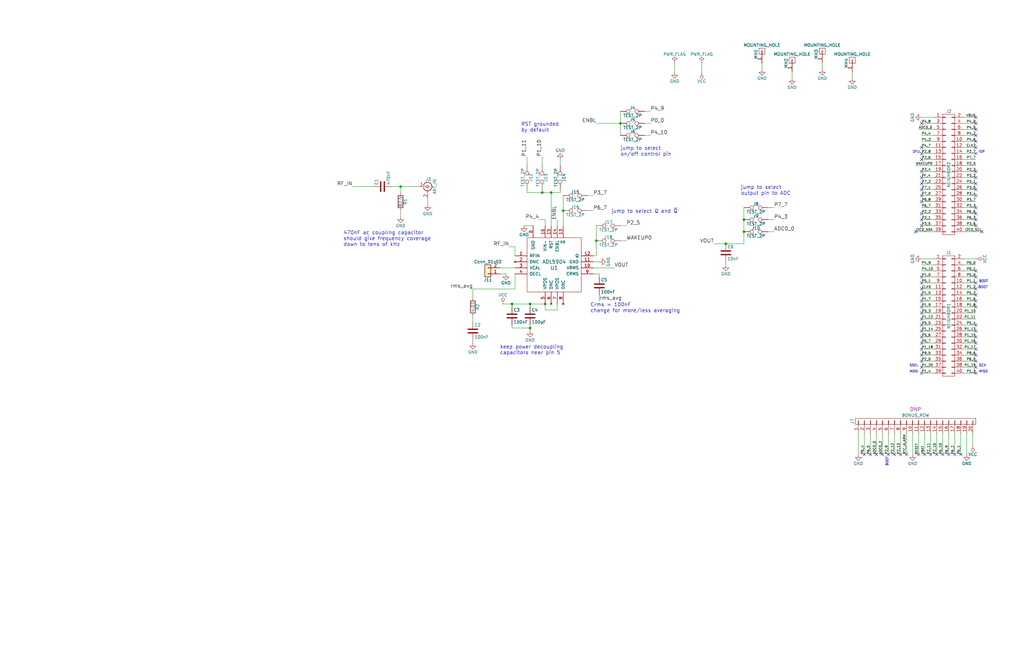
<source format=kicad_sch>
(kicad_sch (version 20230121) (generator eeschema)
  (paper "USLedger")
  (title_block (title "Lily") (date "2018-05-30") (company "Matthew Winchester") (comment 1 "License: GPL v2"))
  (lib_symbols
    (symbol "lily-rescue:ADL5904" (pin_names (offset 1.016))
      (property "Reference" "U" (at 0 -1.27 0))
      (property "Value" "ADL5904" (at 0 1.27 0))
      (symbol "ADL5904_0_1"
        (rectangle (start 11.43 -11.43) (end -11.43 11.43))
      )
      (symbol "ADL5904_1_1"
        (pin power_out line (at -8.89 16.51 270) (length 5.08) (name "GND") (number "0"))
        (pin input line (at -16.51 3.81 0) (length 5.08) (name "RFIN") (number "1"))
        (pin output line (at 16.51 -1.27 180) (length 5.08) (name "VRMS") (number "10"))
        (pin power_in line (at 16.51 1.27 180) (length 5.08) (name "GND") (number "11"))
        (pin output line (at 16.51 3.81 180) (length 5.08) (name "Q") (number "12"))
        (pin output line (at 3.81 16.51 270) (length 5.08) (name "~{Q}") (number "13"))
        (pin input line (at 1.27 16.51 270) (length 5.08) (name "ENBL") (number "14"))
        (pin input line (at -1.27 16.51 270) (length 5.08) (name "RST") (number "15"))
        (pin passive line (at -3.81 16.51 270) (length 5.08) (name "VIN-") (number "16"))
        (pin no_connect line (at -16.51 1.27 0) (length 5.08) (name "DNC") (number "2"))
        (pin passive line (at -16.51 -1.27 0) (length 5.08) (name "VCAL") (number "3"))
        (pin passive line (at -16.51 -3.81 0) (length 5.08) (name "DECL") (number "4"))
        (pin power_in line (at -3.81 -16.51 90) (length 5.08) (name "VPOS") (number "5"))
        (pin no_connect line (at -1.27 -16.51 90) (length 5.08) (name "DNC") (number "6"))
        (pin power_in line (at 1.27 -16.51 90) (length 5.08) (name "VPOS") (number "7"))
        (pin no_connect line (at 3.81 -16.51 90) (length 5.08) (name "DNC") (number "8"))
        (pin passive line (at 16.51 -3.81 180) (length 5.08) (name "CRMS") (number "9"))
      )
    )
    (symbol "lily-rescue:C" (pin_numbers hide) (pin_names (offset 0.254))
      (property "Reference" "C" (at 0.635 2.54 0))
      (property "Value" "C" (at 0.635 -2.54 0))
      (symbol "C_0_1"
        (polyline (pts (xy -2.032 -0.762) (xy 2.032 -0.762)) (stroke (width 0.508)))
        (polyline (pts (xy -2.032 0.762) (xy 2.032 0.762)) (stroke (width 0.508)))
      )
      (symbol "C_1_1"
        (pin passive line (at 0 3.81 270) (length 2.794) (name "~") (number "1"))
        (pin passive line (at 0 -3.81 90) (length 2.794) (name "~") (number "2"))
      )
    )
    (symbol "lily-rescue:CONN_01X01" (pin_names (offset 1.016) hide)
      (property "Reference" "P" (at 0 2.54 0))
      (property "Value" "CONN_01X01" (at 2.54 0 90))
      (symbol "CONN_01X01_0_1"
        (rectangle (start -1.27 0.127) (end 0.254 -0.127))
        (rectangle (start -1.27 1.27) (end 1.27 -1.27))
      )
      (symbol "CONN_01X01_1_1"
        (pin passive line (at -5.08 0 0) (length 3.81) (name "P1") (number "1"))
      )
    )
    (symbol "lily-rescue:CONN_01X20" (pin_names (offset 1.016) hide)
      (property "Reference" "P" (at 0 26.67 0))
      (property "Value" "CONN_01X20" (at 2.54 0 90))
      (symbol "CONN_01X20_0_1"
        (rectangle (start -1.27 -25.4) (end 1.27 25.4))
        (rectangle (start -1.27 -24.003) (end 0.254 -24.257))
        (rectangle (start -1.27 -21.463) (end 0.254 -21.717))
        (rectangle (start -1.27 -18.923) (end 0.254 -19.177))
        (rectangle (start -1.27 -16.383) (end 0.254 -16.637))
        (rectangle (start -1.27 -13.843) (end 0.254 -14.097))
        (rectangle (start -1.27 -11.303) (end 0.254 -11.557))
        (rectangle (start -1.27 -8.763) (end 0.254 -9.017))
        (rectangle (start -1.27 -6.223) (end 0.254 -6.477))
        (rectangle (start -1.27 -3.683) (end 0.254 -3.937))
        (rectangle (start -1.27 -1.143) (end 0.254 -1.397))
        (rectangle (start -1.27 1.397) (end 0.254 1.143))
        (rectangle (start -1.27 3.937) (end 0.254 3.683))
        (rectangle (start -1.27 6.477) (end 0.254 6.223))
        (rectangle (start -1.27 9.017) (end 0.254 8.763))
        (rectangle (start -1.27 11.557) (end 0.254 11.303))
        (rectangle (start -1.27 14.097) (end 0.254 13.843))
        (rectangle (start -1.27 16.637) (end 0.254 16.383))
        (rectangle (start -1.27 19.177) (end 0.254 18.923))
        (rectangle (start -1.27 21.717) (end 0.254 21.463))
        (rectangle (start -1.27 24.257) (end 0.254 24.003))
      )
      (symbol "CONN_01X20_1_1"
        (pin passive line (at -5.08 24.13 0) (length 3.81) (name "P1") (number "1"))
        (pin passive line (at -5.08 1.27 0) (length 3.81) (name "P10") (number "10"))
        (pin passive line (at -5.08 -1.27 0) (length 3.81) (name "P11") (number "11"))
        (pin passive line (at -5.08 -3.81 0) (length 3.81) (name "P12") (number "12"))
        (pin passive line (at -5.08 -6.35 0) (length 3.81) (name "P13") (number "13"))
        (pin passive line (at -5.08 -8.89 0) (length 3.81) (name "P14") (number "14"))
        (pin passive line (at -5.08 -11.43 0) (length 3.81) (name "P15") (number "15"))
        (pin passive line (at -5.08 -13.97 0) (length 3.81) (name "P16") (number "16"))
        (pin passive line (at -5.08 -16.51 0) (length 3.81) (name "P17") (number "17"))
        (pin passive line (at -5.08 -19.05 0) (length 3.81) (name "P18") (number "18"))
        (pin passive line (at -5.08 -21.59 0) (length 3.81) (name "P19") (number "19"))
        (pin passive line (at -5.08 21.59 0) (length 3.81) (name "P2") (number "2"))
        (pin passive line (at -5.08 -24.13 0) (length 3.81) (name "P20") (number "20"))
        (pin passive line (at -5.08 19.05 0) (length 3.81) (name "P3") (number "3"))
        (pin passive line (at -5.08 16.51 0) (length 3.81) (name "P4") (number "4"))
        (pin passive line (at -5.08 13.97 0) (length 3.81) (name "P5") (number "5"))
        (pin passive line (at -5.08 11.43 0) (length 3.81) (name "P6") (number "6"))
        (pin passive line (at -5.08 8.89 0) (length 3.81) (name "P7") (number "7"))
        (pin passive line (at -5.08 6.35 0) (length 3.81) (name "P8") (number "8"))
        (pin passive line (at -5.08 3.81 0) (length 3.81) (name "P9") (number "9"))
      )
    )
    (symbol "lily-rescue:CONN_02X20" (pin_names (offset 0.0254) hide)
      (property "Reference" "P" (at 0 26.67 0))
      (property "Value" "CONN_02X20" (at 0 0 90))
      (symbol "CONN_02X20_0_1"
        (rectangle (start -2.54 -24.003) (end -1.27 -24.257))
        (rectangle (start -2.54 -21.463) (end -1.27 -21.717))
        (rectangle (start -2.54 -18.923) (end -1.27 -19.177))
        (rectangle (start -2.54 -16.383) (end -1.27 -16.637))
        (rectangle (start -2.54 -13.843) (end -1.27 -14.097))
        (rectangle (start -2.54 -11.303) (end -1.27 -11.557))
        (rectangle (start -2.54 -8.763) (end -1.27 -9.017))
        (rectangle (start -2.54 -6.223) (end -1.27 -6.477))
        (rectangle (start -2.54 -3.683) (end -1.27 -3.937))
        (rectangle (start -2.54 -1.143) (end -1.27 -1.397))
        (rectangle (start -2.54 1.397) (end -1.27 1.143))
        (rectangle (start -2.54 3.937) (end -1.27 3.683))
        (rectangle (start -2.54 6.477) (end -1.27 6.223))
        (rectangle (start -2.54 9.017) (end -1.27 8.763))
        (rectangle (start -2.54 11.557) (end -1.27 11.303))
        (rectangle (start -2.54 14.097) (end -1.27 13.843))
        (rectangle (start -2.54 16.637) (end -1.27 16.383))
        (rectangle (start -2.54 19.177) (end -1.27 18.923))
        (rectangle (start -2.54 21.717) (end -1.27 21.463))
        (rectangle (start -2.54 24.257) (end -1.27 24.003))
        (rectangle (start -2.54 25.4) (end 2.54 -25.4))
        (rectangle (start 1.27 -24.003) (end 2.54 -24.257))
        (rectangle (start 1.27 -21.463) (end 2.54 -21.717))
        (rectangle (start 1.27 -18.923) (end 2.54 -19.177))
        (rectangle (start 1.27 -16.383) (end 2.54 -16.637))
        (rectangle (start 1.27 -13.843) (end 2.54 -14.097))
        (rectangle (start 1.27 -11.303) (end 2.54 -11.557))
        (rectangle (start 1.27 -8.763) (end 2.54 -9.017))
        (rectangle (start 1.27 -6.223) (end 2.54 -6.477))
        (rectangle (start 1.27 -3.683) (end 2.54 -3.937))
        (rectangle (start 1.27 -1.143) (end 2.54 -1.397))
        (rectangle (start 1.27 1.397) (end 2.54 1.143))
        (rectangle (start 1.27 3.937) (end 2.54 3.683))
        (rectangle (start 1.27 6.477) (end 2.54 6.223))
        (rectangle (start 1.27 9.017) (end 2.54 8.763))
        (rectangle (start 1.27 11.557) (end 2.54 11.303))
        (rectangle (start 1.27 14.097) (end 2.54 13.843))
        (rectangle (start 1.27 16.637) (end 2.54 16.383))
        (rectangle (start 1.27 19.177) (end 2.54 18.923))
        (rectangle (start 1.27 21.717) (end 2.54 21.463))
        (rectangle (start 1.27 24.257) (end 2.54 24.003))
      )
      (symbol "CONN_02X20_1_1"
        (pin passive line (at -6.35 24.13 0) (length 3.81) (name "P1") (number "1"))
        (pin passive line (at 6.35 13.97 180) (length 3.81) (name "P10") (number "10"))
        (pin passive line (at -6.35 11.43 0) (length 3.81) (name "P11") (number "11"))
        (pin passive line (at 6.35 11.43 180) (length 3.81) (name "P12") (number "12"))
        (pin passive line (at -6.35 8.89 0) (length 3.81) (name "P13") (number "13"))
        (pin passive line (at 6.35 8.89 180) (length 3.81) (name "P14") (number "14"))
        (pin passive line (at -6.35 6.35 0) (length 3.81) (name "P15") (number "15"))
        (pin passive line (at 6.35 6.35 180) (length 3.81) (name "P16") (number "16"))
        (pin passive line (at -6.35 3.81 0) (length 3.81) (name "P17") (number "17"))
        (pin passive line (at 6.35 3.81 180) (length 3.81) (name "P18") (number "18"))
        (pin passive line (at -6.35 1.27 0) (length 3.81) (name "P19") (number "19"))
        (pin passive line (at 6.35 24.13 180) (length 3.81) (name "P2") (number "2"))
        (pin passive line (at 6.35 1.27 180) (length 3.81) (name "P20") (number "20"))
        (pin passive line (at -6.35 -1.27 0) (length 3.81) (name "P21") (number "21"))
        (pin passive line (at 6.35 -1.27 180) (length 3.81) (name "P22") (number "22"))
        (pin passive line (at -6.35 -3.81 0) (length 3.81) (name "P23") (number "23"))
        (pin passive line (at 6.35 -3.81 180) (length 3.81) (name "P24") (number "24"))
        (pin passive line (at -6.35 -6.35 0) (length 3.81) (name "P25") (number "25"))
        (pin passive line (at 6.35 -6.35 180) (length 3.81) (name "P26") (number "26"))
        (pin passive line (at -6.35 -8.89 0) (length 3.81) (name "P27") (number "27"))
        (pin passive line (at 6.35 -8.89 180) (length 3.81) (name "P28") (number "28"))
        (pin passive line (at -6.35 -11.43 0) (length 3.81) (name "P29") (number "29"))
        (pin passive line (at -6.35 21.59 0) (length 3.81) (name "P3") (number "3"))
        (pin passive line (at 6.35 -11.43 180) (length 3.81) (name "P30") (number "30"))
        (pin passive line (at -6.35 -13.97 0) (length 3.81) (name "P31") (number "31"))
        (pin passive line (at 6.35 -13.97 180) (length 3.81) (name "P32") (number "32"))
        (pin passive line (at -6.35 -16.51 0) (length 3.81) (name "P33") (number "33"))
        (pin passive line (at 6.35 -16.51 180) (length 3.81) (name "P34") (number "34"))
        (pin passive line (at -6.35 -19.05 0) (length 3.81) (name "P35") (number "35"))
        (pin passive line (at 6.35 -19.05 180) (length 3.81) (name "P36") (number "36"))
        (pin passive line (at -6.35 -21.59 0) (length 3.81) (name "P37") (number "37"))
        (pin passive line (at 6.35 -21.59 180) (length 3.81) (name "P38") (number "38"))
        (pin passive line (at -6.35 -24.13 0) (length 3.81) (name "P39") (number "39"))
        (pin passive line (at 6.35 21.59 180) (length 3.81) (name "P4") (number "4"))
        (pin passive line (at 6.35 -24.13 180) (length 3.81) (name "P40") (number "40"))
        (pin passive line (at -6.35 19.05 0) (length 3.81) (name "P5") (number "5"))
        (pin passive line (at 6.35 19.05 180) (length 3.81) (name "P6") (number "6"))
        (pin passive line (at -6.35 16.51 0) (length 3.81) (name "P7") (number "7"))
        (pin passive line (at 6.35 16.51 180) (length 3.81) (name "P8") (number "8"))
        (pin passive line (at -6.35 13.97 0) (length 3.81) (name "P9") (number "9"))
      )
    )
    (symbol "lily-rescue:Conn_01x02" (pin_names (offset 1.016) hide)
      (property "Reference" "J" (at 0 2.54 0))
      (property "Value" "Conn_01x02" (at 0 -5.08 0))
      (symbol "Conn_01x02_1_1"
        (rectangle (start -1.27 -2.413) (end 0 -2.667) (stroke (width 0.1524)))
        (rectangle (start -1.27 0.127) (end 0 -0.127) (stroke (width 0.1524)))
        (rectangle (start -1.27 1.27) (end 1.27 -3.81) (stroke (width 0.254)) (fill (type background)))
        (pin passive line (at -5.08 0 0) (length 3.81) (name "Pin_1") (number "1"))
        (pin passive line (at -5.08 -2.54 0) (length 3.81) (name "Pin_2") (number "2"))
      )
    )
    (symbol "lily-rescue:Conn_Coaxial" (pin_names (offset 1.016) hide)
      (property "Reference" "J" (at 0.254 3.048 0))
      (property "Value" "Conn_Coaxial" (at 2.921 0 90))
      (symbol "Conn_Coaxial_0_1"
        (arc (start -1.778 -0.508) (mid 0.2311 -1.8066) (end 1.778 0) (stroke (width 0.254)))
        (polyline (pts (xy -1.27 0) (xy -0.508 0)))
        (polyline (pts (xy 0 -2.54) (xy 0 -1.778)))
        (circle (center 0 0) (radius 0.508) (stroke (width 0.2032)))
        (arc (start 1.778 0) (mid 0.2099 1.8101) (end -1.778 0.508) (stroke (width 0.254)))
      )
      (symbol "Conn_Coaxial_1_1"
        (pin passive line (at -3.81 0 0) (length 2.54) (name "In") (number "1"))
        (pin passive line (at 0 -5.08 90) (length 2.54) (name "Ext") (number "2"))
      )
    )
    (symbol "lily-rescue:GND" (power) (pin_names (offset 0))
      (property "Value" "GND" (at 0 -3.81 0))
      (symbol "GND_0_1"
        (polyline (pts (xy 0 0) (xy 0 -1.27) (xy 1.27 -1.27) (xy 0 -2.54) (xy -1.27 -1.27) (xy 0 -1.27)))
      )
      (symbol "GND_1_1"
        (pin power_in line (at 0 0 270) (length 0) hide (name "GND") (number "1"))
      )
    )
    (symbol "lily-rescue:PWR_FLAG" (power) (pin_numbers hide) (pin_names (offset 0) hide)
      (property "Value" "PWR_FLAG" (at 0 3.81 0))
      (symbol "PWR_FLAG_0_0"
        (pin power_out line (at 0 0 90) (length 0) (name "pwr") (number "1"))
      )
      (symbol "PWR_FLAG_0_1"
        (polyline (pts (xy 0 0) (xy 0 1.27) (xy -1.016 1.905) (xy 0 2.54) (xy 1.016 1.905) (xy 0 1.27)))
      )
    )
    (symbol "lily-rescue:R" (pin_numbers hide) (pin_names (offset 0))
      (property "Reference" "R" (at 2.032 0 90))
      (property "Value" "R" (at 0 0 90))
      (symbol "R_0_1"
        (rectangle (start -1.016 -2.54) (end 1.016 2.54) (stroke (width 0.254)))
      )
      (symbol "R_1_1"
        (pin passive line (at 0 3.81 270) (length 1.27) (name "~") (number "1"))
        (pin passive line (at 0 -3.81 90) (length 1.27) (name "~") (number "2"))
      )
    )
    (symbol "lily-rescue:TEST_2P" (pin_numbers hide) (pin_names (offset 0.762) hide)
      (property "Reference" "J" (at 0 1.524 0))
      (property "Value" "TEST_2P" (at 0 -1.778 0))
      (symbol "TEST_2P_0_1"
        (circle (center -1.778 0) (radius 0.762))
        (circle (center 1.778 0) (radius 0.762))
        (pin passive line (at -5.08 0 0) (length 2.54) (name "1") (number "1"))
        (pin passive line (at 5.08 0 180) (length 2.54) (name "2") (number "2"))
      )
    )
    (symbol "lily-rescue:VCC" (power) (pin_names (offset 0))
      (property "Value" "VCC" (at 0 3.81 0))
      (symbol "VCC_0_1"
        (polyline (pts (xy 0 0) (xy 0 1.27)))
        (circle (center 0 1.905) (radius 0.635))
      )
      (symbol "VCC_1_1"
        (pin power_in line (at 0 0 90) (length 0) hide (name "VCC") (number "1"))
      )
    )
  )
  (junction (at 223.52 138.43))
  (junction (at 168.91 78.74))
  (junction (at 251.46 101.6))
  (junction (at 261.62 52.07))
  (junction (at 313.69 92.71))
  (junction (at 306.07 102.87))
  (junction (at 223.52 128.27))
  (junction (at 237.49 88.9))
  (junction (at 215.9 128.27))
  (junction (at 228.6 81.28))
  (junction (at 232.41 81.28))
  (junction (at 313.69 97.79))
  (junction (at 229.87 128.27))
  (no_connect (at 388.62 129.54))
  (no_connect (at 364.49 191.77))
  (no_connect (at 388.62 72.39))
  (no_connect (at 411.48 64.77))
  (no_connect (at 388.62 144.78))
  (no_connect (at 388.62 152.4))
  (no_connect (at 411.48 87.63))
  (no_connect (at 411.48 114.3))
  (no_connect (at 411.48 77.47))
  (no_connect (at 388.62 124.46))
  (no_connect (at 388.62 82.55))
  (no_connect (at 388.62 147.32))
  (no_connect (at 411.48 57.15))
  (no_connect (at 411.48 52.07))
  (no_connect (at 388.62 64.77))
  (no_connect (at 411.48 152.4))
  (no_connect (at 397.51 191.77))
  (no_connect (at 387.35 191.77))
  (no_connect (at 388.62 52.07))
  (no_connect (at 388.62 134.62))
  (no_connect (at 388.62 137.16))
  (no_connect (at 414.02 97.79))
  (no_connect (at 411.48 121.92))
  (no_connect (at 388.62 77.47))
  (no_connect (at 388.62 92.71))
  (no_connect (at 411.48 147.32))
  (no_connect (at 411.48 154.94))
  (no_connect (at 388.62 139.7))
  (no_connect (at 382.27 191.77))
  (no_connect (at 388.62 62.23))
  (no_connect (at 374.65 191.77))
  (no_connect (at 411.48 80.01))
  (no_connect (at 411.48 157.48))
  (no_connect (at 411.48 144.78))
  (no_connect (at 388.62 67.31))
  (no_connect (at 379.73 191.77))
  (no_connect (at 411.48 74.93))
  (no_connect (at 411.48 95.25))
  (no_connect (at 388.62 157.48))
  (no_connect (at 389.89 191.77))
  (no_connect (at 411.48 54.61))
  (no_connect (at 392.43 191.77))
  (no_connect (at 388.62 80.01))
  (no_connect (at 411.48 49.53))
  (no_connect (at 411.48 119.38))
  (no_connect (at 388.62 90.17))
  (no_connect (at 411.48 59.69))
  (no_connect (at 400.05 191.77))
  (no_connect (at 411.48 137.16))
  (no_connect (at 411.48 82.55))
  (no_connect (at 411.48 92.71))
  (no_connect (at 388.62 95.25))
  (no_connect (at 388.62 127))
  (no_connect (at 386.08 97.79))
  (no_connect (at 405.13 191.77))
  (no_connect (at 411.48 129.54))
  (no_connect (at 388.62 119.38))
  (no_connect (at 411.48 127))
  (no_connect (at 377.19 191.77))
  (no_connect (at 411.48 142.24))
  (no_connect (at 388.62 121.92))
  (no_connect (at 388.62 149.86))
  (no_connect (at 388.62 154.94))
  (no_connect (at 411.48 62.23))
  (no_connect (at 402.59 191.77))
  (no_connect (at 388.62 116.84))
  (no_connect (at 411.48 90.17))
  (no_connect (at 411.48 116.84))
  (no_connect (at 367.03 191.77))
  (no_connect (at 372.11 191.77))
  (no_connect (at 388.62 132.08))
  (no_connect (at 411.48 72.39))
  (no_connect (at 411.48 124.46))
  (no_connect (at 388.62 74.93))
  (no_connect (at 369.57 191.77))
  (no_connect (at 388.62 85.09))
  (no_connect (at 411.48 149.86))
  (no_connect (at 388.62 142.24))
  (no_connect (at 394.97 191.77))
  (no_connect (at 411.48 139.7))
  (wire (pts (xy 271.78 52.07) (xy 274.32 52.07)))
  (wire (pts (xy 313.69 92.71) (xy 313.69 97.79)))
  (wire (pts (xy 411.48 152.4) (xy 406.4 152.4)))
  (wire (pts (xy 271.78 46.99) (xy 274.32 46.99)))
  (wire (pts (xy 199.39 144.78) (xy 199.39 143.51)))
  (wire (pts (xy 313.69 87.63) (xy 313.69 92.71)))
  (wire (pts (xy 410.21 187.96) (xy 410.21 182.88)))
  (wire (pts (xy 388.62 59.69) (xy 393.7 59.69)))
  (wire (pts (xy 148.59 78.74) (xy 157.48 78.74)))
  (wire (pts (xy 374.65 191.77) (xy 374.65 182.88)))
  (wire (pts (xy 372.11 191.77) (xy 372.11 182.88)))
  (wire (pts (xy 411.48 57.15) (xy 406.4 57.15)))
  (wire (pts (xy 223.52 137.16) (xy 223.52 138.43)))
  (wire (pts (xy 388.62 142.24) (xy 393.7 142.24)))
  (wire (pts (xy 379.73 191.77) (xy 379.73 182.88)))
  (wire (pts (xy 237.49 95.25) (xy 237.49 88.9)))
  (wire (pts (xy 215.9 138.43) (xy 223.52 138.43)))
  (wire (pts (xy 228.6 81.28) (xy 232.41 81.28)))
  (wire (pts (xy 217.17 107.95) (xy 217.17 104.14)))
  (wire (pts (xy 388.62 49.53) (xy 393.7 49.53)))
  (wire (pts (xy 199.39 135.89) (xy 199.39 133.35)))
  (wire (pts (xy 367.03 191.77) (xy 367.03 182.88)))
  (wire (pts (xy 388.62 124.46) (xy 393.7 124.46)))
  (wire (pts (xy 236.22 69.85) (xy 236.22 67.31)))
  (wire (pts (xy 261.62 52.07) (xy 261.62 57.15)))
  (wire (pts (xy 271.78 57.15) (xy 274.32 57.15)))
  (wire (pts (xy 411.48 62.23) (xy 406.4 62.23)))
  (wire (pts (xy 388.62 139.7) (xy 393.7 139.7)))
  (wire (pts (xy 295.91 26.67) (xy 295.91 30.48)))
  (wire (pts (xy 411.48 90.17) (xy 406.4 90.17)))
  (wire (pts (xy 388.62 77.47) (xy 393.7 77.47)))
  (wire (pts (xy 388.62 52.07) (xy 393.7 52.07)))
  (wire (pts (xy 411.48 147.32) (xy 406.4 147.32)))
  (wire (pts (xy 359.41 30.48) (xy 359.41 33.02)))
  (wire (pts (xy 364.49 191.77) (xy 364.49 182.88)))
  (wire (pts (xy 236.22 81.28) (xy 236.22 80.01)))
  (wire (pts (xy 361.95 191.77) (xy 361.95 182.88)))
  (wire (pts (xy 393.7 157.48) (xy 388.62 157.48)))
  (wire (pts (xy 411.48 77.47) (xy 406.4 77.47)))
  (wire (pts (xy 251.46 52.07) (xy 261.62 52.07)))
  (wire (pts (xy 394.97 191.77) (xy 394.97 182.88)))
  (wire (pts (xy 306.07 102.87) (xy 300.99 102.87)))
  (wire (pts (xy 411.48 142.24) (xy 406.4 142.24)))
  (wire (pts (xy 411.48 87.63) (xy 406.4 87.63)))
  (wire (pts (xy 323.85 97.79) (xy 326.39 97.79)))
  (wire (pts (xy 388.62 147.32) (xy 393.7 147.32)))
  (wire (pts (xy 406.4 129.54) (xy 411.48 129.54)))
  (wire (pts (xy 393.7 92.71) (xy 388.62 92.71)))
  (wire (pts (xy 388.62 127) (xy 393.7 127)))
  (wire (pts (xy 411.48 154.94) (xy 406.4 154.94)))
  (wire (pts (xy 411.48 82.55) (xy 406.4 82.55)))
  (wire (pts (xy 261.62 101.6) (xy 264.16 101.6)))
  (wire (pts (xy 284.48 30.48) (xy 284.48 26.67)))
  (wire (pts (xy 251.46 101.6) (xy 251.46 95.25)))
  (wire (pts (xy 382.27 191.77) (xy 382.27 182.88)))
  (wire (pts (xy 229.87 130.81) (xy 234.95 130.81)))
  (wire (pts (xy 406.4 139.7) (xy 411.48 139.7)))
  (wire (pts (xy 411.48 64.77) (xy 406.4 64.77)))
  (wire (pts (xy 388.62 121.92) (xy 393.7 121.92)))
  (wire (pts (xy 217.17 121.92) (xy 199.39 121.92)))
  (wire (pts (xy 215.9 137.16) (xy 215.9 138.43)))
  (wire (pts (xy 388.62 154.94) (xy 393.7 154.94)))
  (wire (pts (xy 411.48 67.31) (xy 406.4 67.31)))
  (wire (pts (xy 252.73 124.46) (xy 252.73 127)))
  (wire (pts (xy 222.25 81.28) (xy 228.6 81.28)))
  (wire (pts (xy 393.7 97.79) (xy 386.08 97.79)))
  (wire (pts (xy 393.7 82.55) (xy 388.62 82.55)))
  (wire (pts (xy 393.7 57.15) (xy 388.62 57.15)))
  (wire (pts (xy 237.49 88.9) (xy 237.49 82.55)))
  (wire (pts (xy 180.34 86.36) (xy 180.34 83.82)))
  (wire (pts (xy 199.39 121.92) (xy 199.39 125.73)))
  (wire (pts (xy 388.62 80.01) (xy 393.7 80.01)))
  (wire (pts (xy 388.62 132.08) (xy 393.7 132.08)))
  (wire (pts (xy 384.81 191.77) (xy 384.81 182.88)))
  (wire (pts (xy 411.48 132.08) (xy 406.4 132.08)))
  (wire (pts (xy 252.73 110.49) (xy 250.19 110.49)))
  (wire (pts (xy 215.9 128.27) (xy 215.9 129.54)))
  (wire (pts (xy 388.62 74.93) (xy 393.7 74.93)))
  (wire (pts (xy 397.51 191.77) (xy 397.51 182.88)))
  (wire (pts (xy 388.62 90.17) (xy 393.7 90.17)))
  (wire (pts (xy 411.48 92.71) (xy 406.4 92.71)))
  (wire (pts (xy 414.02 97.79) (xy 406.4 97.79)))
  (wire (pts (xy 406.4 109.22) (xy 411.48 109.22)))
  (wire (pts (xy 411.48 127) (xy 406.4 127)))
  (wire (pts (xy 229.87 128.27) (xy 229.87 130.81)))
  (wire (pts (xy 252.73 115.57) (xy 252.73 116.84)))
  (wire (pts (xy 377.19 191.77) (xy 377.19 182.88)))
  (wire (pts (xy 392.43 191.77) (xy 392.43 182.88)))
  (wire (pts (xy 250.19 113.03) (xy 259.08 113.03)))
  (wire (pts (xy 411.48 116.84) (xy 406.4 116.84)))
  (wire (pts (xy 261.62 95.25) (xy 264.16 95.25)))
  (wire (pts (xy 250.19 115.57) (xy 252.73 115.57)))
  (wire (pts (xy 388.62 95.25) (xy 393.7 95.25)))
  (wire (pts (xy 405.13 191.77) (xy 405.13 182.88)))
  (wire (pts (xy 411.48 121.92) (xy 406.4 121.92)))
  (wire (pts (xy 247.65 82.55) (xy 250.19 82.55)))
  (wire (pts (xy 388.62 116.84) (xy 393.7 116.84)))
  (wire (pts (xy 321.31 26.67) (xy 321.31 29.21)))
  (wire (pts (xy 217.17 115.57) (xy 217.17 121.92)))
  (wire (pts (xy 411.48 54.61) (xy 406.4 54.61)))
  (wire (pts (xy 406.4 134.62) (xy 411.48 134.62)))
  (wire (pts (xy 402.59 191.77) (xy 402.59 182.88)))
  (wire (pts (xy 388.62 64.77) (xy 393.7 64.77)))
  (wire (pts (xy 388.62 109.22) (xy 393.7 109.22)))
  (wire (pts (xy 411.48 85.09) (xy 406.4 85.09)))
  (wire (pts (xy 234.95 130.81) (xy 234.95 128.27)))
  (wire (pts (xy 323.85 87.63) (xy 326.39 87.63)))
  (wire (pts (xy 406.4 114.3) (xy 411.48 114.3)))
  (wire (pts (xy 388.62 152.4) (xy 393.7 152.4)))
  (wire (pts (xy 406.4 157.48) (xy 411.48 157.48)))
  (wire (pts (xy 388.62 149.86) (xy 393.7 149.86)))
  (wire (pts (xy 369.57 191.77) (xy 369.57 182.88)))
  (wire (pts (xy 229.87 92.71) (xy 227.33 92.71)))
  (wire (pts (xy 229.87 95.25) (xy 229.87 92.71)))
  (wire (pts (xy 411.48 80.01) (xy 406.4 80.01)))
  (wire (pts (xy 168.91 78.74) (xy 176.53 78.74)))
  (wire (pts (xy 213.36 115.57) (xy 210.82 115.57)))
  (wire (pts (xy 223.52 128.27) (xy 223.52 129.54)))
  (wire (pts (xy 411.48 74.93) (xy 406.4 74.93)))
  (wire (pts (xy 388.62 62.23) (xy 393.7 62.23)))
  (wire (pts (xy 406.4 144.78) (xy 411.48 144.78)))
  (wire (pts (xy 313.69 97.79) (xy 313.69 102.87)))
  (wire (pts (xy 223.52 138.43) (xy 223.52 139.7)))
  (wire (pts (xy 406.4 49.53) (xy 411.48 49.53)))
  (wire (pts (xy 406.4 52.07) (xy 411.48 52.07)))
  (wire (pts (xy 388.62 137.16) (xy 393.7 137.16)))
  (wire (pts (xy 228.6 66.04) (xy 228.6 69.85)))
  (wire (pts (xy 411.48 59.69) (xy 406.4 59.69)))
  (wire (pts (xy 388.62 111.76) (xy 393.7 111.76)))
  (wire (pts (xy 234.95 95.25) (xy 234.95 92.71)))
  (wire (pts (xy 388.62 129.54) (xy 393.7 129.54)))
  (wire (pts (xy 346.71 26.67) (xy 346.71 29.21)))
  (wire (pts (xy 406.4 124.46) (xy 411.48 124.46)))
  (wire (pts (xy 406.4 149.86) (xy 411.48 149.86)))
  (wire (pts (xy 313.69 102.87) (xy 306.07 102.87)))
  (wire (pts (xy 247.65 88.9) (xy 250.19 88.9)))
  (wire (pts (xy 388.62 119.38) (xy 393.7 119.38)))
  (wire (pts (xy 388.62 114.3) (xy 393.7 114.3)))
  (wire (pts (xy 393.7 87.63) (xy 388.62 87.63)))
  (wire (pts (xy 407.67 191.77) (xy 407.67 182.88)))
  (wire (pts (xy 261.62 46.99) (xy 261.62 52.07)))
  (wire (pts (xy 222.25 66.04) (xy 222.25 69.85)))
  (wire (pts (xy 323.85 92.71) (xy 326.39 92.71)))
  (wire (pts (xy 251.46 107.95) (xy 251.46 101.6)))
  (wire (pts (xy 406.4 95.25) (xy 411.48 95.25)))
  (wire (pts (xy 223.52 128.27) (xy 229.87 128.27)))
  (wire (pts (xy 222.25 81.28) (xy 222.25 80.01)))
  (wire (pts (xy 388.62 144.78) (xy 393.7 144.78)))
  (wire (pts (xy 168.91 78.74) (xy 168.91 81.28)))
  (wire (pts (xy 388.62 85.09) (xy 393.7 85.09)))
  (wire (pts (xy 250.19 107.95) (xy 251.46 107.95)))
  (wire (pts (xy 232.41 81.28) (xy 232.41 95.25)))
  (wire (pts (xy 215.9 128.27) (xy 223.52 128.27)))
  (wire (pts (xy 411.48 69.85) (xy 406.4 69.85)))
  (wire (pts (xy 389.89 191.77) (xy 389.89 182.88)))
  (wire (pts (xy 334.01 30.48) (xy 334.01 33.02)))
  (wire (pts (xy 393.7 72.39) (xy 388.62 72.39)))
  (wire (pts (xy 165.1 78.74) (xy 168.91 78.74)))
  (wire (pts (xy 406.4 119.38) (xy 411.48 119.38)))
  (wire (pts (xy 232.41 81.28) (xy 236.22 81.28)))
  (wire (pts (xy 411.48 111.76) (xy 406.4 111.76)))
  (wire (pts (xy 306.07 111.76) (xy 306.07 110.49)))
  (wire (pts (xy 387.35 54.61) (xy 393.7 54.61)))
  (wire (pts (xy 388.62 67.31) (xy 393.7 67.31)))
  (wire (pts (xy 168.91 88.9) (xy 168.91 91.44)))
  (wire (pts (xy 212.09 128.27) (xy 215.9 128.27)))
  (wire (pts (xy 388.62 134.62) (xy 393.7 134.62)))
  (wire (pts (xy 217.17 104.14) (xy 214.63 104.14)))
  (wire (pts (xy 393.7 69.85) (xy 386.08 69.85)))
  (wire (pts (xy 228.6 81.28) (xy 228.6 80.01)))
  (wire (pts (xy 400.05 191.77) (xy 400.05 182.88)))
  (wire (pts (xy 217.17 113.03) (xy 210.82 113.03)))
  (wire (pts (xy 387.35 191.77) (xy 387.35 182.88)))
  (wire (pts (xy 411.48 72.39) (xy 406.4 72.39)))
  (wire (pts (xy 224.79 95.25) (xy 220.98 95.25)))
  (wire (pts (xy 411.48 137.16) (xy 406.4 137.16)))
  (text "BOOT" (at 374.65 196.85 90) (effects (font (size 1.016 1.016)) (justify left bottom)))
  (text "jump to select\non/off control pin" (at 261.62 66.04 0) (effects (font (size 1.524 1.524)) (justify left bottom)))
  (text "jump to select\noutput pin to ADC" (at 312.42 82.55 0) (effects (font (size 1.524 1.524)) (justify left bottom)))
  (text "MISO" (at 412.75 157.48 0) (effects (font (size 1.016 1.016)) (justify left bottom)))
  (text "keep power decoupling \ncapacitors near pin 5" (at 210.82 149.86 0) (effects (font (size 1.524 1.524)) (justify left bottom)))
  (text "jump to select Q and ~{Q}" (at 257.81 90.17 0) (effects (font (size 1.524 1.524)) (justify left bottom)))
  (text "SSEL" (at 387.35 154.94 0) (effects (font (size 1.016 1.016)) (justify right bottom)))
  (text "470nF ac coupling capacitor\nshould give frequency coverage\ndown to tens of kHz" (at 144.78 104.14 0) (effects (font (size 1.524 1.524)) (justify left bottom)))
  (text "MOSI" (at 387.35 157.48 0) (effects (font (size 1.016 1.016)) (justify right bottom)))
  (text "RST grounded\nby default" (at 219.71 55.88 0) (effects (font (size 1.524 1.524)) (justify left bottom)))
  (text "BOOT" (at 412.75 119.38 0) (effects (font (size 1.016 1.016)) (justify left bottom)))
  (text "ISP" (at 415.29 64.77 0) (effects (font (size 1.016 1.016)) (justify right bottom)))
  (text "BOOT" (at 416.56 121.92 0) (effects (font (size 1.016 1.016)) (justify right bottom)))
  (text "Crms = 100nF\nchange for more/less averaging" (at 248.92 132.08 0) (effects (font (size 1.524 1.524)) (justify left bottom)))
  (text "DFU" (at 384.81 64.77 0) (effects (font (size 1.016 1.016)) (justify left bottom)))
  (text "SCK" (at 412.75 154.94 0) (effects (font (size 1.016 1.016)) (justify left bottom)))
  (label "P5_4" (at 411.48 137.16 180) (effects (font (size 1.016 1.016))))
  (label "P2_10" (at 394.97 191.77 90) (effects (font (size 1.016 1.016))))
  (label "P4_3" (at 388.62 59.69 0) (effects (font (size 1.016 1.016))))
  (label "P4_8" (at 388.62 52.07 0) (effects (font (size 1.016 1.016))))
  (label "P4_2" (at 411.48 57.15 180) (effects (font (size 1.016 1.016))))
  (label "P2_6" (at 388.62 67.31 0) (effects (font (size 1.016 1.016))))
  (label "PF_4" (at 388.62 74.93 0) (effects (font (size 1.016 1.016))))
  (label "P1_0" (at 388.62 116.84 0) (effects (font (size 1.016 1.016))))
  (label "P2_9" (at 374.65 191.77 90) (effects (font (size 1.016 1.016))))
  (label "P6_9" (at 400.05 191.77 90) (effects (font (size 1.016 1.016))))
  (label "P7_0" (at 388.62 82.55 0) (effects (font (size 1.016 1.016))))
  (label "RF_IN" (at 214.63 104.14 180) (effects (font (size 1.524 1.524))))
  (label "ENBL" (at 251.46 52.07 180) (effects (font (size 1.524 1.524))))
  (label "P2_5" (at 264.16 95.25 0) (effects (font (size 1.524 1.524))))
  (label "ADC0_0" (at 326.39 97.79 0) (effects (font (size 1.524 1.524))))
  (label "WAKEUP0" (at 386.08 69.85 0) (effects (font (size 1.016 1.016))))
  (label "P1_19" (at 411.48 154.94 180) (effects (font (size 1.016 1.016))))
  (label "I2C0_SDA" (at 386.08 97.79 0) (effects (font (size 1.016 1.016))))
  (label "rms_avg" (at 252.73 127 0) (effects (font (size 1.524 1.524))))
  (label "P1_20" (at 388.62 154.94 0) (effects (font (size 1.016 1.016))))
  (label "P1_6" (at 411.48 127 180) (effects (font (size 1.016 1.016))))
  (label "P1_11" (at 411.48 134.62 180) (effects (font (size 1.016 1.016))))
  (label "P5_3" (at 388.62 132.08 0) (effects (font (size 1.016 1.016))))
  (label "P4_5" (at 411.48 54.61 180) (effects (font (size 1.016 1.016))))
  (label "P1_7" (at 388.62 127 0) (effects (font (size 1.016 1.016))))
  (label "P6_2" (at 402.59 191.77 90) (effects (font (size 1.016 1.016))))
  (label "P2_4" (at 388.62 72.39 0) (effects (font (size 1.016 1.016))))
  (label "P0_0" (at 274.32 52.07 0) (effects (font (size 1.524 1.524))))
  (label "P6_0" (at 411.48 152.4 180) (effects (font (size 1.016 1.016))))
  (label "ADC0_0" (at 387.35 54.61 0) (effects (font (size 1.016 1.016))))
  (label "P3_3" (at 411.48 87.63 180) (effects (font (size 1.016 1.016))))
  (label "P7_7" (at 326.39 87.63 0) (effects (font (size 1.524 1.524))))
  (label "I2C0_SCL" (at 414.02 97.79 180) (effects (font (size 1.016 1.016))))
  (label "P1_3" (at 411.48 157.48 180) (effects (font (size 1.016 1.016))))
  (label "P6_7" (at 388.62 87.63 0) (effects (font (size 1.016 1.016))))
  (label "P2_12" (at 377.19 191.77 90) (effects (font (size 1.016 1.016))))
  (label "rms_avg" (at 199.39 121.92 180) (effects (font (size 1.524 1.524))))
  (label "P7_2" (at 388.62 77.47 0) (effects (font (size 1.016 1.016))))
  (label "P3_7" (at 411.48 85.09 180) (effects (font (size 1.016 1.016))))
  (label "VBAT" (at 389.89 191.77 90) (effects (font (size 1.016 1.016))))
  (label "P1_12" (at 388.62 134.62 0) (effects (font (size 1.016 1.016))))
  (label "P7_1" (at 388.62 80.01 0) (effects (font (size 1.016 1.016))))
  (label "P2_5" (at 411.48 69.85 180) (effects (font (size 1.016 1.016))))
  (label "P5_1" (at 388.62 119.38 0) (effects (font (size 1.016 1.016))))
  (label "P2_7" (at 411.48 64.77 180) (effects (font (size 1.016 1.016))))
  (label "P1_17" (at 411.48 147.32 180) (effects (font (size 1.016 1.016))))
  (label "ENBL" (at 234.95 92.71 90) (effects (font (size 1.524 1.524))))
  (label "P7_7" (at 411.48 67.31 180) (effects (font (size 1.016 1.016))))
  (label "P0_0" (at 411.48 111.76 180) (effects (font (size 1.016 1.016))))
  (label "RF_IN" (at 148.59 78.74 180) (effects (font (size 1.524 1.524))))
  (label "P4_10" (at 274.32 57.15 0) (effects (font (size 1.524 1.524))))
  (label "P2_0" (at 388.62 152.4 0) (effects (font (size 1.016 1.016))))
  (label "P1_16" (at 411.48 144.78 180) (effects (font (size 1.016 1.016))))
  (label "P1_9" (at 388.62 129.54 0) (effects (font (size 1.016 1.016))))
  (label "ADC0_2" (at 372.11 191.77 90) (effects (font (size 1.016 1.016))))
  (label "P4_7" (at 388.62 62.23 0) (effects (font (size 1.016 1.016))))
  (label "P5_7" (at 388.62 144.78 0) (effects (font (size 1.016 1.016))))
  (label "P3_0" (at 411.48 80.01 180) (effects (font (size 1.016 1.016))))
  (label "P2_11" (at 392.43 191.77 90) (effects (font (size 1.016 1.016))))
  (label "P0_1" (at 411.48 114.3 180) (effects (font (size 1.016 1.016))))
  (label "P3_7" (at 250.19 82.55 0) (effects (font (size 1.524 1.524))))
  (label "P3_4" (at 411.48 82.55 180) (effects (font (size 1.016 1.016))))
  (label "P9_6" (at 411.48 149.86 180) (effects (font (size 1.016 1.016))))
  (label "CLK0" (at 388.62 121.92 0) (effects (font (size 1.016 1.016))))
  (label "P9_5" (at 388.62 149.86 0) (effects (font (size 1.016 1.016))))
  (label "P1_11" (at 222.25 66.04 90) (effects (font (size 1.524 1.524))))
  (label "P2_1" (at 388.62 92.71 0) (effects (font (size 1.016 1.016))))
  (label "P5_0" (at 411.48 116.84 180) (effects (font (size 1.016 1.016))))
  (label "P5_5" (at 388.62 137.16 0) (effects (font (size 1.016 1.016))))
  (label "P2_8" (at 388.62 64.77 0) (effects (font (size 1.016 1.016))))
  (label "P5_2" (at 411.48 124.46 180) (effects (font (size 1.016 1.016))))
  (label "P4_6" (at 411.48 59.69 180) (effects (font (size 1.016 1.016))))
  (label "P2_2" (at 388.62 90.17 0) (effects (font (size 1.016 1.016))))
  (label "P4_4" (at 227.33 92.71 180) (effects (font (size 1.524 1.524))))
  (label "WAKEUP0" (at 264.16 101.6 0) (effects (font (size 1.524 1.524))))
  (label "P6_4" (at 364.49 191.77 90) (effects (font (size 1.016 1.016))))
  (label "P3_2" (at 411.48 74.93 180) (effects (font (size 1.016 1.016))))
  (label "P2_3" (at 411.48 72.39 180) (effects (font (size 1.016 1.016))))
  (label "CLK2" (at 411.48 62.23 180) (effects (font (size 1.016 1.016))))
  (label "P4_10" (at 388.62 114.3 0) (effects (font (size 1.016 1.016))))
  (label "P1_5" (at 388.62 124.46 0) (effects (font (size 1.016 1.016))))
  (label "P1_18" (at 388.62 147.32 0) (effects (font (size 1.016 1.016))))
  (label "P1_4" (at 388.62 157.48 0) (effects (font (size 1.016 1.016))))
  (label "P6_1" (at 405.13 191.77 90) (effects (font (size 1.016 1.016))))
  (label "P1_13" (at 411.48 139.7 180) (effects (font (size 1.016 1.016))))
  (label "VOUT" (at 300.99 102.87 180) (effects (font (size 1.524 1.524))))
  (label "P6_3" (at 411.48 92.71 180) (effects (font (size 1.016 1.016))))
  (label "P6_7" (at 250.19 88.9 0) (effects (font (size 1.524 1.524))))
  (label "RESET" (at 387.35 191.77 90) (effects (font (size 1.016 1.016))))
  (label "P4_3" (at 326.39 92.71 0) (effects (font (size 1.524 1.524))))
  (label "P4_9" (at 388.62 111.76 0) (effects (font (size 1.016 1.016))))
  (label "P3_6" (at 411.48 95.25 180) (effects (font (size 1.016 1.016))))
  (label "P6_10" (at 397.51 191.77 90) (effects (font (size 1.016 1.016))))
  (label "P1_1" (at 411.48 119.38 180) (effects (font (size 1.016 1.016))))
  (label "P1_14" (at 388.62 139.7 0) (effects (font (size 1.016 1.016))))
  (label "ADC0_5" (at 369.57 191.77 90) (effects (font (size 1.016 1.016))))
  (label "P3_5" (at 388.62 95.25 0) (effects (font (size 1.016 1.016))))
  (label "P6_8" (at 388.62 85.09 0) (effects (font (size 1.016 1.016))))
  (label "P1_10" (at 228.6 66.04 90) (effects (font (size 1.524 1.524))))
  (label "P1_10" (at 411.48 132.08 180) (effects (font (size 1.016 1.016))))
  (label "P4_0" (at 411.48 52.07 180) (effects (font (size 1.016 1.016))))
  (label "RTC_ALARM" (at 382.27 191.77 90) (effects (font (size 1.016 1.016))))
  (label "P1_2" (at 411.48 121.92 180) (effects (font (size 1.016 1.016))))
  (label "P2_13" (at 379.73 191.77 90) (effects (font (size 1.016 1.016))))
  (label "P4_4" (at 388.62 57.15 0) (effects (font (size 1.016 1.016))))
  (label "P4_9" (at 274.32 46.99 0) (effects (font (size 1.524 1.524))))
  (label "P1_8" (at 411.48 129.54 180) (effects (font (size 1.016 1.016))))
  (label "P1_15" (at 411.48 142.24 180) (effects (font (size 1.016 1.016))))
  (label "VOUT" (at 259.08 113.03 0) (effects (font (size 1.524 1.524))))
  (label "VBUS" (at 411.48 49.53 180) (effects (font (size 1.016 1.016))))
  (label "P3_1" (at 411.48 77.47 180) (effects (font (size 1.016 1.016))))
  (label "P6_6" (at 411.48 90.17 180) (effects (font (size 1.016 1.016))))
  (label "P5_6" (at 388.62 142.24 0) (effects (font (size 1.016 1.016))))
  (label "P6_5" (at 367.03 191.77 90) (effects (font (size 1.016 1.016))))
  (symbol (lib_id "lily-rescue:CONN_02X20") (at 400.05 73.66 0) (unit 1)
    (property "Reference" "J2" (at 400.05 46.99 0))
    (property "Value" "NEIGHBOR2" (at 400.05 73.66 90))
    (property "Footprint" "gsg-modules:HEADER-2x20" (effects hide))
    (property "Manufacturer" "Samtec" (effects hide))
    (property "Part Number" "SSQ-120-23-G-D" (effects hide))
    (property "Description" "CONN RCPT .100\" 40POS DUAL-ROW STACKING GOLD" (effects hide))
    (property "Note" "Alternate: https://www.adafruit.com/products/2223" (effects hide))
  )
  (symbol (lib_id "lily-rescue:GND") (at 388.62 49.53 270) (unit 1)
    (property "Reference" "#PWR01" (effects hide))
    (property "Value" "GND" (at 384.81 49.53 0))
  )
  (symbol (lib_id "lily-rescue:GND") (at 388.62 109.22 270) (unit 1)
    (property "Reference" "#PWR02" (effects hide))
    (property "Value" "GND" (at 384.81 109.22 0))
  )
  (symbol (lib_id "lily-rescue:VCC") (at 411.48 109.22 270) (unit 1)
    (property "Reference" "#PWR03" (effects hide))
    (property "Value" "VCC" (at 415.29 109.22 0))
  )
  (symbol (lib_id "lily-rescue:CONN_02X20") (at 400.05 133.35 0) (unit 1)
    (property "Reference" "J1" (at 400.05 106.68 0))
    (property "Value" "NEIGHBOR1" (at 400.05 133.35 90))
    (property "Footprint" "gsg-modules:HEADER-2x20" (effects hide))
    (property "Manufacturer" "Samtec" (effects hide))
    (property "Part Number" "SSQ-120-23-G-D" (effects hide))
    (property "Description" "CONN RCPT .100\" 40POS DUAL-ROW STACKING GOLD" (effects hide))
    (property "Note" "Alternate: https://www.adafruit.com/products/2223" (effects hide))
  )
  (symbol (lib_id "lily-rescue:CONN_01X01") (at 346.71 21.59 90) (unit 1)
    (property "Reference" "MH3" (at 344.17 22.86 0))
    (property "Value" "MOUNTING_HOLE" (at 346.71 19.05 90))
    (property "Footprint" "gsg-modules:HOLE126MIL-COPPER" (effects hide))
    (property "Note" "DNP" (effects hide))
  )
  (symbol (lib_id "lily-rescue:GND") (at 346.71 29.21 0) (unit 1)
    (property "Reference" "#PWR06" (effects hide))
    (property "Value" "GND" (at 346.71 33.02 0))
  )
  (symbol (lib_id "lily-rescue:CONN_01X01") (at 359.41 25.4 90) (unit 1)
    (property "Reference" "MH4" (at 356.87 26.67 0))
    (property "Value" "MOUNTING_HOLE" (at 359.41 22.86 90))
    (property "Footprint" "gsg-modules:HOLE126MIL-COPPER" (effects hide))
    (property "Note" "DNP" (effects hide))
  )
  (symbol (lib_id "lily-rescue:GND") (at 359.41 33.02 0) (unit 1)
    (property "Reference" "#PWR07" (effects hide))
    (property "Value" "GND" (at 359.41 36.83 0))
  )
  (symbol (lib_id "lily-rescue:CONN_01X01") (at 321.31 21.59 90) (unit 1)
    (property "Reference" "MH1" (at 318.77 22.86 0))
    (property "Value" "MOUNTING_HOLE" (at 321.31 19.05 90))
    (property "Footprint" "gsg-modules:HOLE126MIL-COPPER" (effects hide))
    (property "Note" "DNP" (effects hide))
  )
  (symbol (lib_id "lily-rescue:GND") (at 321.31 29.21 0) (unit 1)
    (property "Reference" "#PWR08" (effects hide))
    (property "Value" "GND" (at 321.31 33.02 0))
  )
  (symbol (lib_id "lily-rescue:CONN_01X01") (at 334.01 25.4 90) (unit 1)
    (property "Reference" "MH2" (at 331.47 26.67 0))
    (property "Value" "MOUNTING_HOLE" (at 334.01 22.86 90))
    (property "Footprint" "gsg-modules:HOLE126MIL-COPPER" (effects hide))
    (property "Note" "DNP" (effects hide))
  )
  (symbol (lib_id "lily-rescue:GND") (at 334.01 33.02 0) (unit 1)
    (property "Reference" "#PWR09" (effects hide))
    (property "Value" "GND" (at 334.01 36.83 0))
  )
  (symbol (lib_id "lily-rescue:GND") (at 407.67 191.77 0) (unit 1)
    (property "Reference" "#PWR010" (effects hide))
    (property "Value" "GND" (at 407.67 195.58 0))
  )
  (symbol (lib_id "lily-rescue:GND") (at 384.81 191.77 0) (unit 1)
    (property "Reference" "#PWR011" (effects hide))
    (property "Value" "GND" (at 384.81 195.58 0))
  )
  (symbol (lib_id "lily-rescue:GND") (at 361.95 191.77 0) (unit 1)
    (property "Reference" "#PWR04" (effects hide))
    (property "Value" "GND" (at 361.95 195.58 0))
  )
  (symbol (lib_id "lily-rescue:VCC") (at 410.21 187.96 180) (unit 1)
    (property "Reference" "#PWR05" (effects hide))
    (property "Value" "VCC" (at 410.21 191.77 0))
  )
  (symbol (lib_id "lily-rescue:CONN_01X20") (at 386.08 177.8 90) (unit 1)
    (property "Reference" "J7" (at 359.41 177.8 0))
    (property "Value" "BONUS_ROW" (at 386.08 175.26 90))
    (property "Footprint" "gsg-modules:HEADER-1x20" (effects hide))
    (property "Manufacturer" "Samtec" (effects hide))
    (property "Part Number" "SSQ-120-23-G-S" (effects hide))
    (property "Description" "CONN RCPT .100\" 20POS SINGLE-ROW STACKING GOLD" (effects hide))
    (property "Note" "DNP" (at 386.08 172.72 90) (effects (font (size 1.524 1.524))))
  )
  (symbol (lib_id "lily-rescue:Conn_Coaxial") (at 180.34 78.74 0) (unit 1)
    (property "Reference" "J3" (at 180.594 75.692 0))
    (property "Value" "ANT_IN" (at 183.261 78.74 90))
    (property "Footprint" "gsg-modules:SMA-EDGE" (effects hide))
    (property "Manufacturer" "Linx Technologies Inc." (effects hide))
    (property "Part Number" "CONREVSMA003.031" (effects hide))
    (property "Description" "CONN RPSMA RCPT STR 50OHM EDGEMT" (effects hide))
  )
  (symbol (lib_id "lily-rescue:PWR_FLAG") (at 284.48 26.67 0) (unit 1)
    (property "Reference" "#FLG012" (effects hide))
    (property "Value" "PWR_FLAG" (at 284.48 22.86 0))
  )
  (symbol (lib_id "lily-rescue:PWR_FLAG") (at 295.91 26.67 0) (unit 1)
    (property "Reference" "#FLG013" (effects hide))
    (property "Value" "PWR_FLAG" (at 295.91 22.86 0))
  )
  (symbol (lib_id "lily-rescue:GND") (at 284.48 30.48 0) (unit 1)
    (property "Reference" "#PWR014" (effects hide))
    (property "Value" "GND" (at 284.48 34.29 0))
  )
  (symbol (lib_id "lily-rescue:VCC") (at 295.91 30.48 180) (unit 1)
    (property "Reference" "#PWR015" (effects hide))
    (property "Value" "VCC" (at 295.91 34.29 0))
  )
  (symbol (lib_id "lily-rescue:GND") (at 180.34 86.36 0) (unit 1)
    (property "Reference" "#PWR016" (effects hide))
    (property "Value" "GND" (at 180.34 90.17 0))
  )
  (symbol (lib_id "lily-rescue:TEST_2P") (at 318.77 87.63 0) (unit 1)
    (property "Reference" "J8" (at 318.77 86.106 0))
    (property "Value" "TEST_2P" (at 318.77 89.408 0))
    (property "Footprint" "gsg-modules:0603-JUMPER" (effects hide))
  )
  (symbol (lib_id "lily-rescue:TEST_2P") (at 318.77 92.71 0) (unit 1)
    (property "Reference" "J9" (at 318.77 91.186 0))
    (property "Value" "TEST_2P" (at 318.77 94.488 0))
    (property "Footprint" "gsg-modules:0603-JUMPER" (effects hide))
  )
  (symbol (lib_id "lily-rescue:TEST_2P") (at 318.77 97.79 0) (unit 1)
    (property "Reference" "J10" (at 318.77 96.266 0))
    (property "Value" "TEST_2P" (at 318.77 99.568 0))
    (property "Footprint" "gsg-modules:0603-JUMPER" (effects hide))
  )
  (symbol (lib_id "lily-rescue:TEST_2P") (at 266.7 46.99 0) (unit 1)
    (property "Reference" "J4" (at 266.7 45.466 0))
    (property "Value" "TEST_2P" (at 266.7 48.768 0))
    (property "Footprint" "gsg-modules:0603-JUMPER" (effects hide))
  )
  (symbol (lib_id "lily-rescue:TEST_2P") (at 266.7 52.07 0) (unit 1)
    (property "Reference" "J5" (at 266.7 50.546 0))
    (property "Value" "TEST_2P" (at 266.7 53.848 0))
    (property "Footprint" "gsg-modules:0603-JUMPER" (effects hide))
  )
  (symbol (lib_id "lily-rescue:TEST_2P") (at 266.7 57.15 0) (unit 1)
    (property "Reference" "J6" (at 266.7 55.626 0))
    (property "Value" "TEST_2P" (at 266.7 58.928 0))
    (property "Footprint" "gsg-modules:0603-JUMPER" (effects hide))
  )
  (symbol (lib_id "lily-rescue:ADL5904") (at 233.68 111.76 0) (unit 1)
    (property "Reference" "U1" (at 233.68 113.03 0) (effects (font (size 1.524 1.524))))
    (property "Value" "ADL5904" (at 233.68 110.49 0) (effects (font (size 1.524 1.524))))
    (property "Footprint" "gsg-modules:QFN16-3" (effects hide))
    (property "Manufacturer" "Analog Devices" (effects hide))
    (property "Part Number" "ADL5904ACPZN-R7" (effects hide))
    (property "Description" " RMS TRUPWR DETECTORS " (effects hide))
  )
  (symbol (lib_id "lily-rescue:VCC") (at 212.09 128.27 0) (unit 1)
    (property "Reference" "#PWR017" (effects hide))
    (property "Value" "VCC" (at 212.09 124.46 0))
  )
  (symbol (lib_id "lily-rescue:C") (at 215.9 133.35 0) (unit 1)
    (property "Reference" "C3" (at 216.535 130.81 0) (effects (justify left)))
    (property "Value" "100nF" (at 216.535 135.89 0) (effects (justify left)))
    (property "Footprint" "gsg-modules:0603" (effects hide))
    (property "Manufacturer" "Murata Electronics North America" (effects hide))
    (property "Part Number" "GCM188L81H104KA57D" (effects hide))
    (property "Description" "CAP CER 0.1UF 50V X8L 0603" (effects hide))
  )
  (symbol (lib_id "lily-rescue:C") (at 223.52 133.35 0) (unit 1)
    (property "Reference" "C4" (at 224.155 130.81 0) (effects (justify left)))
    (property "Value" "100pF" (at 224.155 135.89 0) (effects (justify left)))
    (property "Footprint" "gsg-modules:0603" (effects hide))
    (property "Manufacturer" "Murata Electronics North America" (effects hide))
    (property "Part Number" "GQM1885C1H101JB01D" (effects hide))
    (property "Description" "CAP CER 100PF 50V C0G/NP0 0603" (effects hide))
  )
  (symbol (lib_id "lily-rescue:GND") (at 223.52 139.7 0) (unit 1)
    (property "Reference" "#PWR018" (effects hide))
    (property "Value" "GND" (at 223.52 143.51 0))
  )
  (symbol (lib_id "lily-rescue:GND") (at 252.73 110.49 90) (unit 1)
    (property "Reference" "#PWR019" (effects hide))
    (property "Value" "GND" (at 256.54 110.49 0))
  )
  (symbol (lib_id "lily-rescue:R") (at 168.91 85.09 0) (unit 1)
    (property "Reference" "R1" (at 170.942 85.09 90))
    (property "Value" "82.5" (at 168.91 85.09 90))
    (property "Footprint" "gsg-modules:0603" (effects hide))
    (property "Manufacturer" "Stackpole Electronics Inc." (effects hide))
    (property "Part Number" "RMCF0603FT82R5" (effects hide))
    (property "Description" "RES 82.5 OHM 1% 1/10W 0603" (effects hide))
  )
  (symbol (lib_id "lily-rescue:C") (at 161.29 78.74 90) (unit 1)
    (property "Reference" "C1" (at 158.75 78.105 0) (effects (justify left)))
    (property "Value" "470nF" (at 163.83 78.105 0) (effects (justify left)))
    (property "Footprint" "gsg-modules:0603" (effects hide))
    (property "Manufacturer" "Murata Electronics North America" (effects hide))
    (property "Part Number" "GRM188R61H474KA12D" (effects hide))
    (property "Description" "CAP CER 0.47UF 50V X5R 0603" (effects hide))
  )
  (symbol (lib_id "lily-rescue:GND") (at 168.91 91.44 0) (unit 1)
    (property "Reference" "#PWR020" (effects hide))
    (property "Value" "GND" (at 168.91 95.25 0))
  )
  (symbol (lib_id "lily-rescue:C") (at 306.07 106.68 0) (unit 1)
    (property "Reference" "C6" (at 306.705 104.14 0) (effects (justify left)))
    (property "Value" "10nF" (at 306.705 109.22 0) (effects (justify left)))
    (property "Footprint" "gsg-modules:0603" (effects hide))
    (property "Manufacturer" "Wurth Electronics Inc." (effects hide))
    (property "Part Number" "885012206065" (effects hide))
    (property "Description" "CAP CER 10000PF 25V X7R 0603" (effects hide))
  )
  (symbol (lib_id "lily-rescue:GND") (at 306.07 111.76 0) (unit 1)
    (property "Reference" "#PWR021" (effects hide))
    (property "Value" "GND" (at 306.07 115.57 0))
  )
  (symbol (lib_id "lily-rescue:R") (at 199.39 129.54 0) (unit 1)
    (property "Reference" "R2" (at 201.422 129.54 90))
    (property "Value" "4.02" (at 199.39 129.54 90))
    (property "Footprint" "gsg-modules:0603" (effects hide))
    (property "Manufacturer" "Stackpole Electronics Inc." (effects hide))
    (property "Part Number" "RMCF0603FT4R02" (effects hide))
    (property "Description" "RES 4.02 OHM 1% 1/10W 0603" (effects hide))
  )
  (symbol (lib_id "lily-rescue:C") (at 199.39 139.7 0) (unit 1)
    (property "Reference" "C2" (at 200.025 137.16 0) (effects (justify left)))
    (property "Value" "100nF" (at 200.025 142.24 0) (effects (justify left)))
    (property "Footprint" "gsg-modules:0603" (effects hide))
    (property "Manufacturer" "Murata Electronics North America" (effects hide))
    (property "Part Number" "GCM188L81H104KA57D" (effects hide))
    (property "Description" "CAP CER 0.1UF 50V X8L 0603" (effects hide))
  )
  (symbol (lib_id "lily-rescue:GND") (at 199.39 144.78 0) (unit 1)
    (property "Reference" "#PWR022" (effects hide))
    (property "Value" "GND" (at 199.39 148.59 0))
  )
  (symbol (lib_id "lily-rescue:C") (at 252.73 120.65 0) (unit 1)
    (property "Reference" "C5" (at 253.365 118.11 0) (effects (justify left)))
    (property "Value" "100nF" (at 253.365 123.19 0) (effects (justify left)))
    (property "Footprint" "gsg-modules:0603" (effects hide))
    (property "Manufacturer" "Murata Electronics North America" (effects hide))
    (property "Part Number" "GCM188L81H104KA57D" (effects hide))
    (property "Description" "CAP CER 0.1UF 50V X8L 0603" (effects hide))
  )
  (symbol (lib_id "lily-rescue:TEST_2P") (at 228.6 74.93 270) (unit 1)
    (property "Reference" "J13" (at 230.124 74.93 0))
    (property "Value" "TEST_2P" (at 226.822 74.93 0))
    (property "Footprint" "gsg-modules:0603-JUMPER" (effects hide))
  )
  (symbol (lib_id "lily-rescue:TEST_2P") (at 236.22 74.93 270) (unit 1)
    (property "Reference" "J14" (at 237.744 74.93 0))
    (property "Value" "TEST_2P" (at 234.442 74.93 0))
    (property "Footprint" "gsg-modules:0603-JUMPER" (effects hide))
  )
  (symbol (lib_id "lily-rescue:GND") (at 236.22 67.31 180) (unit 1)
    (property "Reference" "#PWR023" (effects hide))
    (property "Value" "GND" (at 236.22 63.5 0))
  )
  (symbol (lib_id "lily-rescue:TEST_2P") (at 222.25 74.93 270) (unit 1)
    (property "Reference" "J12" (at 223.774 74.93 0))
    (property "Value" "TEST_2P" (at 220.472 74.93 0))
    (property "Footprint" "gsg-modules:0603-JUMPER" (effects hide))
  )
  (symbol (lib_id "lily-rescue:Conn_01x02") (at 205.74 115.57 180) (unit 1)
    (property "Reference" "J11" (at 205.74 118.11 0))
    (property "Value" "Conn_01x02" (at 205.74 110.49 0))
    (property "Footprint" "Pin_Headers:Pin_Header_Straight_1x02_Pitch2.54mm" (effects hide))
  )
  (symbol (lib_id "lily-rescue:GND") (at 213.36 115.57 0) (unit 1)
    (property "Reference" "#PWR024" (effects hide))
    (property "Value" "GND" (at 213.36 119.38 0))
  )
  (symbol (lib_id "lily-rescue:TEST_2P") (at 256.54 95.25 0) (unit 1)
    (property "Reference" "J17" (at 256.54 93.726 0))
    (property "Value" "TEST_2P" (at 256.54 97.028 0))
    (property "Footprint" "gsg-modules:0603-JUMPER" (effects hide))
  )
  (symbol (lib_id "lily-rescue:TEST_2P") (at 256.54 101.6 0) (unit 1)
    (property "Reference" "J18" (at 256.54 100.076 0))
    (property "Value" "TEST_2P" (at 256.54 103.378 0))
    (property "Footprint" "gsg-modules:0603-JUMPER" (effects hide))
  )
  (symbol (lib_id "lily-rescue:TEST_2P") (at 242.57 82.55 0) (unit 1)
    (property "Reference" "J15" (at 242.57 81.026 0))
    (property "Value" "TEST_2P" (at 242.57 84.328 0))
    (property "Footprint" "gsg-modules:0603-JUMPER" (effects hide))
  )
  (symbol (lib_id "lily-rescue:TEST_2P") (at 242.57 88.9 0) (unit 1)
    (property "Reference" "J16" (at 242.57 87.376 0))
    (property "Value" "TEST_2P" (at 242.57 90.678 0))
    (property "Footprint" "gsg-modules:0603-JUMPER" (effects hide))
  )
  (symbol (lib_id "lily-rescue:GND") (at 220.98 95.25 0) (unit 1)
    (property "Reference" "#PWR025" (effects hide))
    (property "Value" "GND" (at 220.98 99.06 0))
  )
)
</source>
